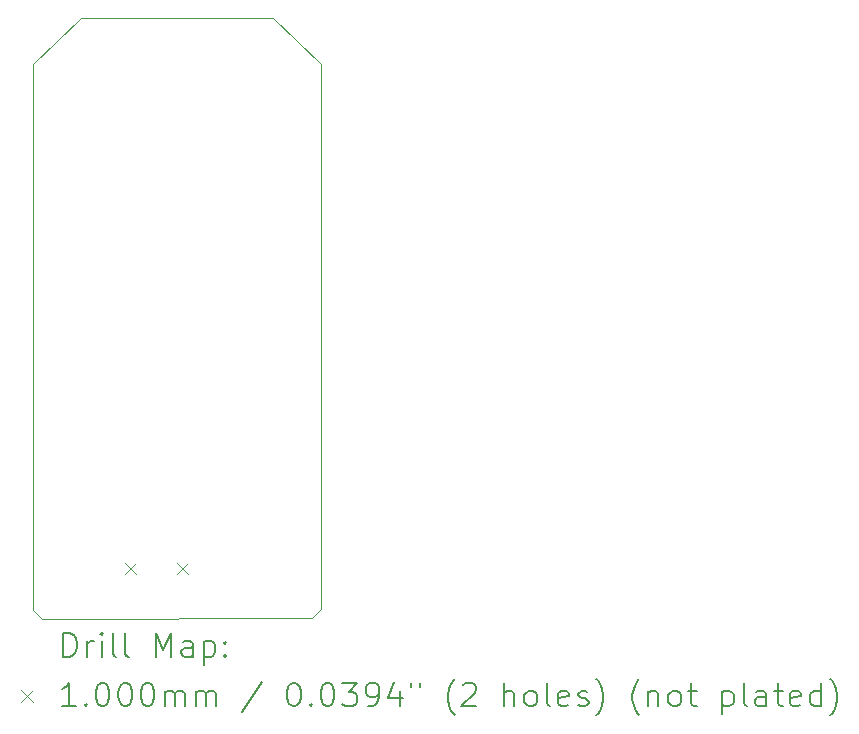
<source format=gbr>
%FSLAX45Y45*%
G04 Gerber Fmt 4.5, Leading zero omitted, Abs format (unit mm)*
G04 Created by KiCad (PCBNEW (6.0.2)) date 2022-03-28 20:01:49*
%MOMM*%
%LPD*%
G01*
G04 APERTURE LIST*
%TA.AperFunction,Profile*%
%ADD10C,0.100000*%
%TD*%
%ADD11C,0.200000*%
%ADD12C,0.100000*%
G04 APERTURE END LIST*
D10*
X15824200Y-6972300D02*
X15824200Y-11582400D01*
X13792200Y-6578600D02*
X15417800Y-6578600D01*
X15417800Y-6578600D02*
X15824200Y-6972300D01*
X13385800Y-11595100D02*
X13385800Y-6972300D01*
X13385800Y-11595100D02*
X13462000Y-11671300D01*
X13385800Y-6972300D02*
X13792200Y-6578600D01*
X15748000Y-11658600D02*
X13462000Y-11671300D01*
X15824200Y-11582400D02*
X15748000Y-11658600D01*
D11*
D12*
X14157200Y-11189500D02*
X14257200Y-11289500D01*
X14257200Y-11189500D02*
X14157200Y-11289500D01*
X14597200Y-11189500D02*
X14697200Y-11289500D01*
X14697200Y-11189500D02*
X14597200Y-11289500D01*
D11*
X13638419Y-11986776D02*
X13638419Y-11786776D01*
X13686038Y-11786776D01*
X13714609Y-11796300D01*
X13733657Y-11815348D01*
X13743181Y-11834395D01*
X13752705Y-11872490D01*
X13752705Y-11901062D01*
X13743181Y-11939157D01*
X13733657Y-11958205D01*
X13714609Y-11977252D01*
X13686038Y-11986776D01*
X13638419Y-11986776D01*
X13838419Y-11986776D02*
X13838419Y-11853443D01*
X13838419Y-11891538D02*
X13847943Y-11872490D01*
X13857467Y-11862967D01*
X13876514Y-11853443D01*
X13895562Y-11853443D01*
X13962228Y-11986776D02*
X13962228Y-11853443D01*
X13962228Y-11786776D02*
X13952705Y-11796300D01*
X13962228Y-11805824D01*
X13971752Y-11796300D01*
X13962228Y-11786776D01*
X13962228Y-11805824D01*
X14086038Y-11986776D02*
X14066990Y-11977252D01*
X14057467Y-11958205D01*
X14057467Y-11786776D01*
X14190800Y-11986776D02*
X14171752Y-11977252D01*
X14162228Y-11958205D01*
X14162228Y-11786776D01*
X14419371Y-11986776D02*
X14419371Y-11786776D01*
X14486038Y-11929633D01*
X14552705Y-11786776D01*
X14552705Y-11986776D01*
X14733657Y-11986776D02*
X14733657Y-11882014D01*
X14724133Y-11862967D01*
X14705086Y-11853443D01*
X14666990Y-11853443D01*
X14647943Y-11862967D01*
X14733657Y-11977252D02*
X14714609Y-11986776D01*
X14666990Y-11986776D01*
X14647943Y-11977252D01*
X14638419Y-11958205D01*
X14638419Y-11939157D01*
X14647943Y-11920109D01*
X14666990Y-11910586D01*
X14714609Y-11910586D01*
X14733657Y-11901062D01*
X14828895Y-11853443D02*
X14828895Y-12053443D01*
X14828895Y-11862967D02*
X14847943Y-11853443D01*
X14886038Y-11853443D01*
X14905086Y-11862967D01*
X14914609Y-11872490D01*
X14924133Y-11891538D01*
X14924133Y-11948681D01*
X14914609Y-11967728D01*
X14905086Y-11977252D01*
X14886038Y-11986776D01*
X14847943Y-11986776D01*
X14828895Y-11977252D01*
X15009848Y-11967728D02*
X15019371Y-11977252D01*
X15009848Y-11986776D01*
X15000324Y-11977252D01*
X15009848Y-11967728D01*
X15009848Y-11986776D01*
X15009848Y-11862967D02*
X15019371Y-11872490D01*
X15009848Y-11882014D01*
X15000324Y-11872490D01*
X15009848Y-11862967D01*
X15009848Y-11882014D01*
D12*
X13280800Y-12266300D02*
X13380800Y-12366300D01*
X13380800Y-12266300D02*
X13280800Y-12366300D01*
D11*
X13743181Y-12406776D02*
X13628895Y-12406776D01*
X13686038Y-12406776D02*
X13686038Y-12206776D01*
X13666990Y-12235348D01*
X13647943Y-12254395D01*
X13628895Y-12263919D01*
X13828895Y-12387728D02*
X13838419Y-12397252D01*
X13828895Y-12406776D01*
X13819371Y-12397252D01*
X13828895Y-12387728D01*
X13828895Y-12406776D01*
X13962228Y-12206776D02*
X13981276Y-12206776D01*
X14000324Y-12216300D01*
X14009848Y-12225824D01*
X14019371Y-12244871D01*
X14028895Y-12282967D01*
X14028895Y-12330586D01*
X14019371Y-12368681D01*
X14009848Y-12387728D01*
X14000324Y-12397252D01*
X13981276Y-12406776D01*
X13962228Y-12406776D01*
X13943181Y-12397252D01*
X13933657Y-12387728D01*
X13924133Y-12368681D01*
X13914609Y-12330586D01*
X13914609Y-12282967D01*
X13924133Y-12244871D01*
X13933657Y-12225824D01*
X13943181Y-12216300D01*
X13962228Y-12206776D01*
X14152705Y-12206776D02*
X14171752Y-12206776D01*
X14190800Y-12216300D01*
X14200324Y-12225824D01*
X14209848Y-12244871D01*
X14219371Y-12282967D01*
X14219371Y-12330586D01*
X14209848Y-12368681D01*
X14200324Y-12387728D01*
X14190800Y-12397252D01*
X14171752Y-12406776D01*
X14152705Y-12406776D01*
X14133657Y-12397252D01*
X14124133Y-12387728D01*
X14114609Y-12368681D01*
X14105086Y-12330586D01*
X14105086Y-12282967D01*
X14114609Y-12244871D01*
X14124133Y-12225824D01*
X14133657Y-12216300D01*
X14152705Y-12206776D01*
X14343181Y-12206776D02*
X14362228Y-12206776D01*
X14381276Y-12216300D01*
X14390800Y-12225824D01*
X14400324Y-12244871D01*
X14409848Y-12282967D01*
X14409848Y-12330586D01*
X14400324Y-12368681D01*
X14390800Y-12387728D01*
X14381276Y-12397252D01*
X14362228Y-12406776D01*
X14343181Y-12406776D01*
X14324133Y-12397252D01*
X14314609Y-12387728D01*
X14305086Y-12368681D01*
X14295562Y-12330586D01*
X14295562Y-12282967D01*
X14305086Y-12244871D01*
X14314609Y-12225824D01*
X14324133Y-12216300D01*
X14343181Y-12206776D01*
X14495562Y-12406776D02*
X14495562Y-12273443D01*
X14495562Y-12292490D02*
X14505086Y-12282967D01*
X14524133Y-12273443D01*
X14552705Y-12273443D01*
X14571752Y-12282967D01*
X14581276Y-12302014D01*
X14581276Y-12406776D01*
X14581276Y-12302014D02*
X14590800Y-12282967D01*
X14609848Y-12273443D01*
X14638419Y-12273443D01*
X14657467Y-12282967D01*
X14666990Y-12302014D01*
X14666990Y-12406776D01*
X14762228Y-12406776D02*
X14762228Y-12273443D01*
X14762228Y-12292490D02*
X14771752Y-12282967D01*
X14790800Y-12273443D01*
X14819371Y-12273443D01*
X14838419Y-12282967D01*
X14847943Y-12302014D01*
X14847943Y-12406776D01*
X14847943Y-12302014D02*
X14857467Y-12282967D01*
X14876514Y-12273443D01*
X14905086Y-12273443D01*
X14924133Y-12282967D01*
X14933657Y-12302014D01*
X14933657Y-12406776D01*
X15324133Y-12197252D02*
X15152705Y-12454395D01*
X15581276Y-12206776D02*
X15600324Y-12206776D01*
X15619371Y-12216300D01*
X15628895Y-12225824D01*
X15638419Y-12244871D01*
X15647943Y-12282967D01*
X15647943Y-12330586D01*
X15638419Y-12368681D01*
X15628895Y-12387728D01*
X15619371Y-12397252D01*
X15600324Y-12406776D01*
X15581276Y-12406776D01*
X15562228Y-12397252D01*
X15552705Y-12387728D01*
X15543181Y-12368681D01*
X15533657Y-12330586D01*
X15533657Y-12282967D01*
X15543181Y-12244871D01*
X15552705Y-12225824D01*
X15562228Y-12216300D01*
X15581276Y-12206776D01*
X15733657Y-12387728D02*
X15743181Y-12397252D01*
X15733657Y-12406776D01*
X15724133Y-12397252D01*
X15733657Y-12387728D01*
X15733657Y-12406776D01*
X15866990Y-12206776D02*
X15886038Y-12206776D01*
X15905086Y-12216300D01*
X15914609Y-12225824D01*
X15924133Y-12244871D01*
X15933657Y-12282967D01*
X15933657Y-12330586D01*
X15924133Y-12368681D01*
X15914609Y-12387728D01*
X15905086Y-12397252D01*
X15886038Y-12406776D01*
X15866990Y-12406776D01*
X15847943Y-12397252D01*
X15838419Y-12387728D01*
X15828895Y-12368681D01*
X15819371Y-12330586D01*
X15819371Y-12282967D01*
X15828895Y-12244871D01*
X15838419Y-12225824D01*
X15847943Y-12216300D01*
X15866990Y-12206776D01*
X16000324Y-12206776D02*
X16124133Y-12206776D01*
X16057467Y-12282967D01*
X16086038Y-12282967D01*
X16105086Y-12292490D01*
X16114609Y-12302014D01*
X16124133Y-12321062D01*
X16124133Y-12368681D01*
X16114609Y-12387728D01*
X16105086Y-12397252D01*
X16086038Y-12406776D01*
X16028895Y-12406776D01*
X16009848Y-12397252D01*
X16000324Y-12387728D01*
X16219371Y-12406776D02*
X16257467Y-12406776D01*
X16276514Y-12397252D01*
X16286038Y-12387728D01*
X16305086Y-12359157D01*
X16314609Y-12321062D01*
X16314609Y-12244871D01*
X16305086Y-12225824D01*
X16295562Y-12216300D01*
X16276514Y-12206776D01*
X16238419Y-12206776D01*
X16219371Y-12216300D01*
X16209848Y-12225824D01*
X16200324Y-12244871D01*
X16200324Y-12292490D01*
X16209848Y-12311538D01*
X16219371Y-12321062D01*
X16238419Y-12330586D01*
X16276514Y-12330586D01*
X16295562Y-12321062D01*
X16305086Y-12311538D01*
X16314609Y-12292490D01*
X16486038Y-12273443D02*
X16486038Y-12406776D01*
X16438419Y-12197252D02*
X16390800Y-12340109D01*
X16514609Y-12340109D01*
X16581276Y-12206776D02*
X16581276Y-12244871D01*
X16657467Y-12206776D02*
X16657467Y-12244871D01*
X16952705Y-12482967D02*
X16943181Y-12473443D01*
X16924133Y-12444871D01*
X16914610Y-12425824D01*
X16905086Y-12397252D01*
X16895562Y-12349633D01*
X16895562Y-12311538D01*
X16905086Y-12263919D01*
X16914610Y-12235348D01*
X16924133Y-12216300D01*
X16943181Y-12187728D01*
X16952705Y-12178205D01*
X17019371Y-12225824D02*
X17028895Y-12216300D01*
X17047943Y-12206776D01*
X17095562Y-12206776D01*
X17114610Y-12216300D01*
X17124133Y-12225824D01*
X17133657Y-12244871D01*
X17133657Y-12263919D01*
X17124133Y-12292490D01*
X17009848Y-12406776D01*
X17133657Y-12406776D01*
X17371752Y-12406776D02*
X17371752Y-12206776D01*
X17457467Y-12406776D02*
X17457467Y-12302014D01*
X17447943Y-12282967D01*
X17428895Y-12273443D01*
X17400324Y-12273443D01*
X17381276Y-12282967D01*
X17371752Y-12292490D01*
X17581276Y-12406776D02*
X17562229Y-12397252D01*
X17552705Y-12387728D01*
X17543181Y-12368681D01*
X17543181Y-12311538D01*
X17552705Y-12292490D01*
X17562229Y-12282967D01*
X17581276Y-12273443D01*
X17609848Y-12273443D01*
X17628895Y-12282967D01*
X17638419Y-12292490D01*
X17647943Y-12311538D01*
X17647943Y-12368681D01*
X17638419Y-12387728D01*
X17628895Y-12397252D01*
X17609848Y-12406776D01*
X17581276Y-12406776D01*
X17762229Y-12406776D02*
X17743181Y-12397252D01*
X17733657Y-12378205D01*
X17733657Y-12206776D01*
X17914610Y-12397252D02*
X17895562Y-12406776D01*
X17857467Y-12406776D01*
X17838419Y-12397252D01*
X17828895Y-12378205D01*
X17828895Y-12302014D01*
X17838419Y-12282967D01*
X17857467Y-12273443D01*
X17895562Y-12273443D01*
X17914610Y-12282967D01*
X17924133Y-12302014D01*
X17924133Y-12321062D01*
X17828895Y-12340109D01*
X18000324Y-12397252D02*
X18019371Y-12406776D01*
X18057467Y-12406776D01*
X18076514Y-12397252D01*
X18086038Y-12378205D01*
X18086038Y-12368681D01*
X18076514Y-12349633D01*
X18057467Y-12340109D01*
X18028895Y-12340109D01*
X18009848Y-12330586D01*
X18000324Y-12311538D01*
X18000324Y-12302014D01*
X18009848Y-12282967D01*
X18028895Y-12273443D01*
X18057467Y-12273443D01*
X18076514Y-12282967D01*
X18152705Y-12482967D02*
X18162229Y-12473443D01*
X18181276Y-12444871D01*
X18190800Y-12425824D01*
X18200324Y-12397252D01*
X18209848Y-12349633D01*
X18209848Y-12311538D01*
X18200324Y-12263919D01*
X18190800Y-12235348D01*
X18181276Y-12216300D01*
X18162229Y-12187728D01*
X18152705Y-12178205D01*
X18514610Y-12482967D02*
X18505086Y-12473443D01*
X18486038Y-12444871D01*
X18476514Y-12425824D01*
X18466990Y-12397252D01*
X18457467Y-12349633D01*
X18457467Y-12311538D01*
X18466990Y-12263919D01*
X18476514Y-12235348D01*
X18486038Y-12216300D01*
X18505086Y-12187728D01*
X18514610Y-12178205D01*
X18590800Y-12273443D02*
X18590800Y-12406776D01*
X18590800Y-12292490D02*
X18600324Y-12282967D01*
X18619371Y-12273443D01*
X18647943Y-12273443D01*
X18666990Y-12282967D01*
X18676514Y-12302014D01*
X18676514Y-12406776D01*
X18800324Y-12406776D02*
X18781276Y-12397252D01*
X18771752Y-12387728D01*
X18762229Y-12368681D01*
X18762229Y-12311538D01*
X18771752Y-12292490D01*
X18781276Y-12282967D01*
X18800324Y-12273443D01*
X18828895Y-12273443D01*
X18847943Y-12282967D01*
X18857467Y-12292490D01*
X18866990Y-12311538D01*
X18866990Y-12368681D01*
X18857467Y-12387728D01*
X18847943Y-12397252D01*
X18828895Y-12406776D01*
X18800324Y-12406776D01*
X18924133Y-12273443D02*
X19000324Y-12273443D01*
X18952705Y-12206776D02*
X18952705Y-12378205D01*
X18962229Y-12397252D01*
X18981276Y-12406776D01*
X19000324Y-12406776D01*
X19219371Y-12273443D02*
X19219371Y-12473443D01*
X19219371Y-12282967D02*
X19238419Y-12273443D01*
X19276514Y-12273443D01*
X19295562Y-12282967D01*
X19305086Y-12292490D01*
X19314610Y-12311538D01*
X19314610Y-12368681D01*
X19305086Y-12387728D01*
X19295562Y-12397252D01*
X19276514Y-12406776D01*
X19238419Y-12406776D01*
X19219371Y-12397252D01*
X19428895Y-12406776D02*
X19409848Y-12397252D01*
X19400324Y-12378205D01*
X19400324Y-12206776D01*
X19590800Y-12406776D02*
X19590800Y-12302014D01*
X19581276Y-12282967D01*
X19562229Y-12273443D01*
X19524133Y-12273443D01*
X19505086Y-12282967D01*
X19590800Y-12397252D02*
X19571752Y-12406776D01*
X19524133Y-12406776D01*
X19505086Y-12397252D01*
X19495562Y-12378205D01*
X19495562Y-12359157D01*
X19505086Y-12340109D01*
X19524133Y-12330586D01*
X19571752Y-12330586D01*
X19590800Y-12321062D01*
X19657467Y-12273443D02*
X19733657Y-12273443D01*
X19686038Y-12206776D02*
X19686038Y-12378205D01*
X19695562Y-12397252D01*
X19714610Y-12406776D01*
X19733657Y-12406776D01*
X19876514Y-12397252D02*
X19857467Y-12406776D01*
X19819371Y-12406776D01*
X19800324Y-12397252D01*
X19790800Y-12378205D01*
X19790800Y-12302014D01*
X19800324Y-12282967D01*
X19819371Y-12273443D01*
X19857467Y-12273443D01*
X19876514Y-12282967D01*
X19886038Y-12302014D01*
X19886038Y-12321062D01*
X19790800Y-12340109D01*
X20057467Y-12406776D02*
X20057467Y-12206776D01*
X20057467Y-12397252D02*
X20038419Y-12406776D01*
X20000324Y-12406776D01*
X19981276Y-12397252D01*
X19971752Y-12387728D01*
X19962229Y-12368681D01*
X19962229Y-12311538D01*
X19971752Y-12292490D01*
X19981276Y-12282967D01*
X20000324Y-12273443D01*
X20038419Y-12273443D01*
X20057467Y-12282967D01*
X20133657Y-12482967D02*
X20143181Y-12473443D01*
X20162229Y-12444871D01*
X20171752Y-12425824D01*
X20181276Y-12397252D01*
X20190800Y-12349633D01*
X20190800Y-12311538D01*
X20181276Y-12263919D01*
X20171752Y-12235348D01*
X20162229Y-12216300D01*
X20143181Y-12187728D01*
X20133657Y-12178205D01*
M02*

</source>
